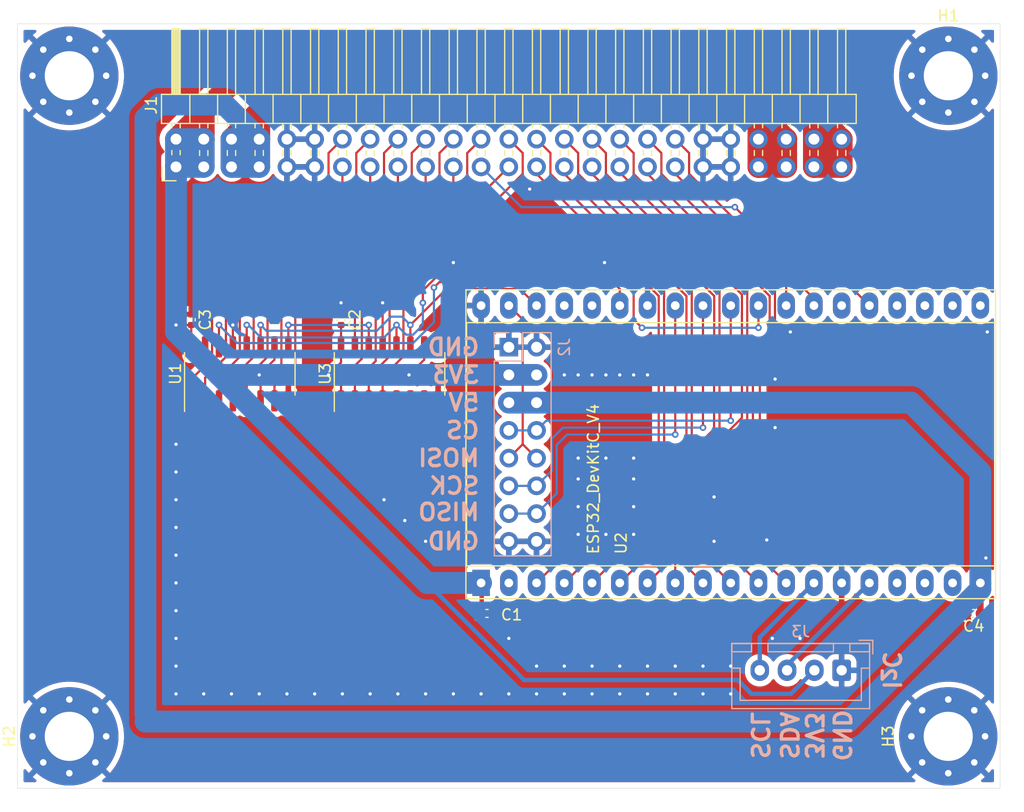
<source format=kicad_pcb>
(kicad_pcb (version 20211014) (generator pcbnew)
  (title_block (rev "1"))
  (layers (0 "F.Cu" signal "Front") (1 "In1.Cu" signal) (2 "In2.Cu" signal) (31 "B.Cu" signal "Back") (34 "B.Paste" user) (35 "F.Paste" user) (36 "B.SilkS" user "B.Silkscreen") (37 "F.SilkS" user "F.Silkscreen") (38 "B.Mask" user) (39 "F.Mask" user) (44 "Edge.Cuts" user))
  (net 0 "")
  (net 1 "+3V3")
  (net 2 "GND")
  (net 4 "OUT_{1}")
  (net 5 "OUT_{2}")
  (net 9 "SD_MISO")
  (net 10 "SD_SCK")
  (net 11 "SD_MOSI")
  (net 12 "SD_CS")
  (net 13 "+5V")
  (net 14 "I2S_BCK")
  (net 15 "I2S_WS")
  (net 16 "I2S_DATA")
  (net 17 "I2C_SCL")
  (net 18 "I2C_SDA")
  (net 19 "SPINDLE_PWM")
  (net 20 "STEPPER_X1_STEP")
  (net 21 "STEPPER_X2_DIR")
  (net 22 "STEPPER_X2_STEP")
  (net 23 "STEPPER_Y_DIR")
  (net 24 "STEPPER_Y_STEP")
  (net 25 "STEPPER_Z_DIR")
  (net 26 "STEPPER_Z_STEP")
  (net 27 "STEPPER_X1_DIR")
  (net 28 "SPINDLE_ENABLE")
  (net 29 "STEPPER_ENABLE")
  (net 30 "OUT_{0}")
  (net 31 "LIMIT_X1_POS")
  (net 32 "LIMIT_X1_NEG")
  (net 33 "LIMIT_X2_POS")
  (net 34 "LIMIT_X2_NEG")
  (net 35 "LIMIT_Y_POS")
  (net 36 "LIMIT_Y_NEG")
  (net 37 "LIMIT_Z_POS")
  (net 38 "LIMIT_Z_NEG")
  (net 39 "PROBE")
  (net 40 "IN_{0}")
  (net 41 "IN_{1}")
  (net 42 "IN_{2}")
  (net 43 "Net-(U1-Pad9)")
  (footprint "Capacitor_SMD:C_0402_1005Metric" (layer "F.Cu") (at 141.633 86.614 180)
    (fp_text reference "C4")
    (fp_text value "C")
  )
  (footprint "Connector_PinHeader_2.54mm:PinHeader_2x25_P2.54mm_Horizontal" (layer "F.Cu") (at 68.58 45.72 90)
    (fp_text reference "J1")
    (fp_text value "Conn_02x25_Odd_Even" hide)
  )
  (footprint "MountingHole:MountingHole_4.5mm_Pad_Via" (layer "F.Cu") (at 58.81 37.37 90)
    (fp_text reference "H4" hide)
    (fp_text value "MountingHole_Pad")
  )
  (footprint "MountingHole:MountingHole_4.5mm_Pad_Via" (layer "F.Cu") (at 58.81 97.87 90)
    (fp_text reference "H2")
    (fp_text value "MountingHole_Pad")
  )
  (footprint "Capacitor_SMD:C_0402_1005Metric" (layer "F.Cu") (at 83.693 59.718 90)
    (fp_text reference "C2")
    (fp_text value "C")
  )
  (footprint "Package_SO:SOIC-16_3.9x9.9mm_P1.27mm" (layer "F.Cu") (at 88.138 64.671 90)
    (fp_text reference "U3")
    (fp_text value "74AHC595")
  )
  (footprint "AZ-Delivery:ESP32_DevKitC_V4" (layer "F.Cu") (at 96.52 83.82 90)
    (fp_text reference "U2")
    (fp_text value "ESP32_DevKitC_V4")
  )
  (footprint "MountingHole:MountingHole_4.5mm_Pad_Via" (layer "F.Cu") (at 139.3 97.87 90)
    (fp_text reference "H3")
    (fp_text value "MountingHole_Pad")
  )
  (footprint "Capacitor_SMD:C_0402_1005Metric" (layer "F.Cu") (at 69.977 59.718 90)
    (fp_text reference "C3")
    (fp_text value "C")
  )
  (footprint "Package_SO:SOIC-16_3.9x9.9mm_P1.27mm" (layer "F.Cu") (at 74.422 64.671 90)
    (fp_text reference "U1")
    (fp_text value "74AHC595")
  )
  (footprint "Capacitor_SMD:C_0402_1005Metric" (layer "F.Cu") (at 97.056 86.614)
    (fp_text reference "C1")
    (fp_text value "C")
  )
  (footprint "MountingHole:MountingHole_4.5mm_Pad_Via" (layer "F.Cu") (at 139.31 37.37)
    (fp_text reference "H1")
    (fp_text value "MountingHole_Pad")
  )
  (footprint "Connector_PinSocket_2.54mm:PinSocket_2x08_P2.54mm_Vertical" (layer "B.Cu") (at 99.06 62.23 180)
    (fp_text reference "J2")
    (fp_text value "Conn_02x08_Odd_Even")
  )
  (footprint "Connector_JST:JST_XH_B4B-XH-A_1x04_P2.50mm_Vertical" (layer "B.Cu") (at 129.54 91.821 180)
    (fp_text reference "J3")
    (fp_text value "Conn_01x04")
  )
  (gr_line (start 54.06 102.62) (end 54.06 32.62) (layer "Edge.Cuts") (width 0.0381))
  (gr_line (start 54.06 32.62) (end 144.05 32.62) (layer "Edge.Cuts") (width 0.0381))
  (gr_line (start 144.05 102.62) (end 54.06 102.62) (layer "Edge.Cuts") (width 0.0381))
  (gr_line (start 144.05 32.62) (end 144.05 102.62) (layer "Edge.Cuts") (width 0.0381))
  (gr_text "GND" (at 96.52 62.23) (layer "B.SilkS") (effects (font (size 1.524 1.524) (thickness 0.3048)) (justify left mirror)))
  (gr_text "MISO" (at 96.52 77.343) (layer "B.SilkS") (effects (font (size 1.524 1.524) (thickness 0.3048)) (justify left mirror)))
  (gr_text "3V3" (at 96.52 64.77) (layer "B.SilkS") (effects (font (size 1.524 1.524) (thickness 0.3048)) (justify left mirror)))
  (gr_text "SCK" (at 96.52 74.93) (layer "B.SilkS") (effects (font (size 1.524 1.524) (thickness 0.3048)) (justify left mirror)))
  (gr_text "GND" (at 96.52 80.01) (layer "B.SilkS") (effects (font (size 1.524 1.524) (thickness 0.3048)) (justify left mirror)))
  (gr_text "SDA" (at 124.714 97.79 270) (layer "B.SilkS") (effects (font (size 1.524 1.524) (thickness 0.3048)) (justify mirror)))
  (gr_text "GND" (at 129.54 97.79 270) (layer "B.SilkS") (effects (font (size 1.524 1.524) (thickness 0.3048)) (justify mirror)))
  (gr_text "SCL" (at 122.047 97.79 270) (layer "B.SilkS") (effects (font (size 1.524 1.524) (thickness 0.3048)) (justify mirror)))
  (gr_text "I_{2}C" (at 134.112 91.821 270) (layer "B.SilkS") (effects (font (size 1.524 1.524) (thickness 0.3048)) (justify mirror)))
  (gr_text "CS" (at 96.52 69.85) (layer "B.SilkS") (effects (font (size 1.524 1.524) (thickness 0.3048)) (justify left mirror)))
  (gr_text "3V3" (at 127 97.79 270) (layer "B.SilkS") (effects (font (size 1.524 1.524) (thickness 0.3048)) (justify mirror)))
  (gr_text "5V" (at 96.52 67.31) (layer "B.SilkS") (effects (font (size 1.524 1.524) (thickness 0.3048)) (justify left mirror)))
  (gr_text "MOSI" (at 96.52 72.39) (layer "B.SilkS") (effects (font (size 1.524 1.524) (thickness 0.3048)) (justify left mirror)))
  (segment (start 127 45.72) (end 127 43.18) (width 2) (layer "F.Cu") (net 1))
  (segment (start 127 41.275) (end 127.3175 40.9575) (width 2) (layer "F.Cu") (net 1))
  (segment (start 127 45.72) (end 129.54 43.18) (width 2) (layer "F.Cu") (net 1))
  (segment (start 74.168 37.592) (end 123.952 37.592) (width 2) (layer "F.Cu") (net 1))
  (segment (start 91.313 63.373) (end 89.916 64.77) (width 0.2) (layer "F.Cu") (net 1))
  (segment (start 96.576 86.614) (end 96.576 83.876) (width 0.4) (layer "F.Cu") (net 1))
  (segment (start 96.576 83.876) (end 96.52 83.82) (width 0.4) (layer "F.Cu") (net 1))
  (segment (start 83.693 62.196) (end 83.693 63.627) (width 0.2) (layer "F.Cu") (net 1))
  (segment (start 83.693 62.196) (end 83.693 60.17) (width 0.2) (layer "F.Cu") (net 1))
  (segment (start 91.313 62.196) (end 91.313 63.373) (width 0.2) (layer "F.Cu") (net 1))
  (segment (start 69.977 62.196) (end 69.977 60.198) (width 0.2) (layer "F.Cu") (net 1))
  (segment (start 127 45.72) (end 129.54 45.72) (width 2) (layer "F.Cu") (net 1))
  (segment (start 123.952 37.592) (end 127.3175 40.9575) (width 2) (layer "F.Cu") (net 1))
  (segment (start 83.693 63.627) (end 82.55 64.77) (width 0.2) (layer "F.Cu") (net 1))
  (segment (start 127 43.18) (end 129.54 43.18) (width 2) (layer "F.Cu") (net 1))
  (segment (start 69.977 60.198) (end 68.58 60.198) (width 0.2) (layer "F.Cu") (net 1))
  (segment (start 70.993 40.767) (end 74.168 37.592) (width 2) (layer "F.Cu") (net 1))
  (segment (start 129.54 45.72) (end 129.54 43.18) (width 2) (layer "F.Cu") (net 1))
  (segment (start 127 43.18) (end 127 41.275) (width 2) (layer "F.Cu") (net 1))
  (segment (start 77.597 63.373) (end 76.2 64.77) (width 0.2) (layer "F.Cu") (net 1))
  (segment (start 68.58 43.18) (end 70.993 40.767) (width 2) (layer "F.Cu") (net 1))
  (segment (start 77.597 62.196) (end 77.597 63.373) (width 0.2) (layer "F.Cu") (net 1))
  (segment (start 71.12 43.18) (end 71.12 40.894) (width 2) (layer "F.Cu") (net 1))
  (segment (start 127.3175 40.9575) (end 129.54 43.18) (width 2) (layer "F.Cu") (net 1))
  (segment (start 71.12 40.894) (end 70.993 40.767) (width 2) (layer "F.Cu") (net 1))
  (via (at 89.916 64.77) (size 0.6) (drill 0.3) (layers "F.Cu" "B.Cu") (net 1))
  (via (at 82.55 64.77) (size 0.6) (drill 0.3) (layers "F.Cu" "B.Cu") (net 1))
  (via (at 76.2 64.77) (size 0.6) (drill 0.3) (layers "F.Cu" "B.Cu") (net 1))
  (via (at 68.58 60.198) (size 0.6) (drill 0.3) (layers "F.Cu" "B.Cu") (net 1))
  (segment (start 101.6 64.77) (end 89.916 64.77) (width 2) (layer "B.Cu") (net 1))
  (segment (start 83.693 64.77) (end 82.55 64.77) (width 2) (layer "B.Cu") (net 1))
  (segment (start 91.567 83.82) (end 96.52 83.82) (width 2) (layer "B.Cu") (net 1))
  (segment (start 68.58 60.833) (end 68.58 45.72) (width 2) (layer "B.Cu") (net 1))
  (segment (start 71.12 43.18) (end 71.12 45.72) (width 2) (layer "B.Cu") (net 1))
  (segment (start 68.58 45.72) (end 68.58 43.18) (width 2) (layer "B.Cu") (net 1))
  (segment (start 120.015 92.71) (end 121.285 93.98) (width 0.4) (layer "B.Cu") (net 1))
  (segment (start 72.517 64.77) (end 91.567 83.82) (width 2) (layer "B.Cu") (net 1))
  (segment (start 72.517 64.77) (end 68.58 60.833) (width 2) (layer "B.Cu") (net 1))
  (segment (start 100.457 92.71) (end 120.015 92.71) (width 0.4) (layer "B.Cu") (net 1))
  (segment (start 68.58 45.72) (end 71.12 43.18) (width 2) (layer "B.Cu") (net 1))
  (segment (start 89.916 64.77) (end 83.693 64.77) (width 2) (layer "B.Cu") (net 1))
  (segment (start 71.12 45.72) (end 68.58 45.72) (width 2) (layer "B.Cu") (net 1))
  (segment (start 78.105 64.77) (end 76.2 64.77) (width 2) (layer "B.Cu") (net 1))
  (segment (start 76.2 64.77) (end 72.517 64.77) (width 2) (layer "B.Cu") (net 1))
  (segment (start 91.567 83.82) (end 100.457 92.71) (width 0.4) (layer "B.Cu") (net 1))
  (segment (start 68.58 43.18) (end 71.12 43.18) (width 2) (layer "B.Cu") (net 1))
  (segment (start 124.881 93.98) (end 127.04 91.821) (width 0.4) (layer "B.Cu") (net 1))
  (segment (start 82.55 64.77) (end 78.105 64.77) (width 2) (layer "B.Cu") (net 1))
  (segment (start 121.285 93.98) (end 124.881 93.98) (width 0.4) (layer "B.Cu") (net 1))
  (segment (start 87.503 62.196) (end 87.503 58.166) (width 0.2) (layer "F.Cu") (net 2))
  (segment (start 73.787 62.196) (end 73.787 60.198) (width 0.2) (layer "F.Cu") (net 2))
  (via (at 68.58 73.66) (size 0.6) (drill 0.3) (layers "F.Cu" "B.Cu") (net 2))
  (via (at 68.58 71.12) (size 0.6) (drill 0.3) (layers "F.Cu" "B.Cu") (net 2))
  (via (at 76.2 93.98) (size 0.6) (drill 0.3) (layers "F.Cu" "B.Cu") (net 2))
  (via (at 68.58 86.36) (size 0.6) (drill 0.3) (layers "F.Cu" "B.Cu") (net 2))
  (via (at 87.503 58.166) (size 0.6) (drill 0.3) (layers "F.Cu" "B.Cu") (net 2))
  (via (at 105.41 76.835) (size 0.6) (drill 0.3) (layers "F.Cu" "B.Cu") (net 2))
  (via (at 71.12 93.98) (size 0.6) (drill 0.3) (layers "F.Cu" "B.Cu") (net 2))
  (via (at 105.41 74.295) (size 0.6) (drill 0.3) (layers "F.Cu" "B.Cu") (net 2))
  (via (at 122.682 79.883) (size 0.6) (drill 0.3) (layers "F.Cu" "B.Cu") (net 2))
  (via (at 116.84 91.44) (size 0.6) (drill 0.3) (layers "F.Cu" "B.Cu") (net 2))
  (via (at 83.693 58.166) (size 0.6) (drill 0.3) (layers "F.Cu" "B.Cu") (net 2))
  (via (at 110.49 74.295) (size 0.6) (drill 0.3) (layers "F.Cu" "B.Cu") (net 2))
  (via (at 117.856 80.01) (size 0.6) (drill 0.3) (layers "F.Cu" "B.Cu") (net 2))
  (via (at 106.68 93.98) (size 0.6) (drill 0.3) (layers "F.Cu" "B.Cu") (net 2))
  (via (at 119.38 91.44) (size 0.6) (drill 0.3) (layers "F.Cu" "B.Cu") (net 2))
  (via (at 73.787 60.198) (size 0.6) (drill 0.3) (layers "F.Cu" "B.Cu") (net 2))
  (via (at 142.748 81.534) (size 0.6) (drill 0.3) (layers "F.Cu" "B.Cu") (net 2))
  (via (at 125.73 88.9) (size 0.6) (drill 0.3) (layers "F.Cu" "B.Cu") (net 2))
  (via (at 83.82 93.98) (size 0.6) (drill 0.3) (layers "F.Cu" "B.Cu") (net 2))
  (via (at 105.41 64.77) (size 0.6) (drill 0.3) (layers "F.Cu" "B.Cu") (net 2))
  (via (at 99.06 93.98) (size 0.6) (drill 0.3) (layers "F.Cu" "B.Cu") (net 2))
  (via (at 101.6 93.98) (size 0.6) (drill 0.3) (layers "F.Cu" "B.Cu") (net 2))
  (via (at 106.68 91.44) (size 0.6) (drill 0.3) (layers "F.Cu" "B.Cu") (net 2))
  (via (at 88.9 93.98) (size 0.6) (drill 0.3) (layers "F.Cu" "B.Cu") (net 2))
  (via (at 86.36 93.98) (size 0.6) (drill 0.3) (layers "F.Cu" "B.Cu") (net 2))
  (via (at 104.14 91.44) (size 0.6) (drill 0.3) (layers "F.Cu" "B.Cu") (net 2))
  (via (at 68.58 78.74) (size 0.6) (drill 0.3) (layers "F.Cu" "B.Cu") (net 2))
  (via (at 117.856 75.946) (size 0.6) (drill 0.3) (layers "F.Cu" "B.Cu") (net 2))
  (via (at 107.95 64.77) (size 0.6) (drill 0.3) (layers "F.Cu" "B.Cu") (net 2))
  (via (at 109.22 64.77) (size 0.6) (drill 0.3) (layers "F.Cu" "B.Cu") (net 2))
  (via (at 123.444 69.596) (size 0.6) (drill 0.3) (layers "F.Cu" "B.Cu") (net 2))
  (via (at 93.98 93.98) (size 0.6) (drill 0.3) (layers "F.Cu" "B.Cu") (net 2))
  (via (at 116.84 93.98) (size 0.6) (drill 0.3) (layers "F.Cu" "B.Cu") (net 2))
  (via (at 105.41 79.375) (size 0.6) (drill 0.3) (layers "F.Cu" "B.Cu") (net 2))
  (via (at 109.22 93.98) (size 0.6) (drill 0.3) (layers "F.Cu" "B.Cu") (net 2))
  (via (at 124.841 60.833) (size 0.6) (drill 0.3) (layers "F.Cu" "B.Cu") (net 2))
  (via (at 91.44 80.01) (size 0.6) (drill 0.3) (layers "F.Cu" "B.Cu") (net 2))
  (via (at 142.875 60.833) (size 0.6) (drill 0.3) (layers "F.Cu" "B.Cu") (net 2))
  (via (at 111.76 64.77) (size 0.6) (drill 0.3) (layers "F.Cu" "B.Cu") (net 2))
  (via (at 91.44 93.98) (size 0.6) (drill 0.3) (layers "F.Cu" "B.Cu") (net 2))
  (via (at 114.3 91.44) (size 0.6) (drill 0.3) (layers "F.Cu" "B.Cu") (net 2))
  (via (at 87.63 76.2) (size 0.6) (drill 0.3) (layers "F.Cu" "B.Cu") (net 2))
  (via (at 99.06 88.9) (size 0.6) (drill 0.3) (layers "F.Cu" "B.Cu") (net 2))
  (via (at 89.535 78.105) (size 0.6) (drill 0.3) (layers "F.Cu" "B.Cu") (net 2))
  (via (at 104.14 93.98) (size 0.6) (drill 0.3) (layers "F.Cu" "B.Cu") (net 2))
  (via (at 68.58 76.2) (size 0.6) (drill 0.3) (layers "F.Cu" "B.Cu") (net 2))
  (via (at 68.58 93.98) (size 0.6) (drill 0.3) (layers "F.Cu" "B.Cu") (net 2))
  (via (at 73.66 93.98) (size 0.6) (drill 0.3) (layers "F.Cu" "B.Cu") (net 2))
  (via (at 105.41 72.39) (size 0.6) (drill 0.3) (layers "F.Cu" "B.Cu") (net 2))
  (via (at 123.444 65.151) (size 0.6) (drill 0.3) (layers "F.Cu" "B.Cu") (net 2))
  (via (at 107.95 79.375) (size 0.6) (drill 0.3) (layers "F.Cu" "B.Cu") (net 2))
  (via (at 78.74 93.98) (size 0.6) (drill 0.3) (layers "F.Cu" "B.Cu") (net 2))
  (via (at 68.58 83.82) (size 0.6) (drill 0.3) (layers "F.Cu" "B.Cu") (net 2))
  (via (at 109.22 91.44) (size 0.6) (drill 0.3) (layers "F.Cu" "B.Cu") (net 2))
  (via (at 114.3 93.98) (size 0.6) (drill 0.3) (layers "F.Cu" "B.Cu") (net 2))
  (via (at 110.49 64.77) (size 0.6) (drill 0.3) (layers "F.Cu" "B.Cu") (net 2))
  (via (at 123.19 88.9) (size 0.6) (drill 0.3) (layers "F.Cu" "B.Cu") (net 2))
  (via (at 119.38 93.98) (size 0.6) (drill 0.3) (layers "F.Cu" "B.Cu") (net 2))
  (via (at 111.76 93.98) (size 0.6) (drill 0.3) (layers "F.Cu" "B.Cu") (net 2))
  (via (at 68.58 81.28) (size 0.6) (drill 0.3) (layers "F.Cu" "B.Cu") (net 2))
  (via (at 81.28 93.98) (size 0.6) (drill 0.3) (layers "F.Cu" "B.Cu") (net 2))
  (via (at 68.58 88.9) (size 0.6) (drill 0.3) (layers "F.Cu" "B.Cu") (net 2))
  (via (at 110.49 79.375) (size 0.6) (drill 0.3) (layers "F.Cu" "B.Cu") (net 2))
  (via (at 93.98 54.483) (size 0.6) (drill 0.3) (layers "F.Cu" "B.Cu") (net 2))
  (via (at 107.823 54.483) (size 0.6) (drill 0.3) (layers "F.Cu" "B.Cu") (net 2))
  (via (at 110.49 76.835) (size 0.6) (drill 0.3) (layers "F.Cu" "B.Cu") (net 2))
  (via (at 96.52 93.98) (size 0.6) (drill 0.3) (layers "F.Cu" "B.Cu") (net 2))
  (via (at 100.965 47.752) (size 0.6) (drill 0.3) (layers "F.Cu" "B.Cu") (net 2))
  (via (at 107.95 72.39) (size 0.6) (drill 0.3) (layers "F.Cu" "B.Cu") (net 2))
  (via (at 110.49 72.39) (size 0.6) (drill 0.3) (layers "F.Cu" "B.Cu") (net 2))
  (via (at 104.14 64.77) (size 0.6) (drill 0.3) (layers "F.Cu" "B.Cu") (net 2))
  (via (at 106.68 64.77) (size 0.6) (drill 0.3) (layers "F.Cu" "B.Cu") (net 2))
  (via (at 111.76 91.44) (size 0.6) (drill 0.3) (layers "F.Cu" "B.Cu") (net 2))
  (via (at 68.58 91.44) (size 0.6) (drill 0.3) (layers "F.Cu" "B.Cu") (net 2))
  (via (at 101.6 91.44) (size 0.6) (drill 0.3) (layers "F.Cu" "B.Cu") (net 2))
  (segment (start 86.233 64.973479) (end 88.138 63.068479) (width 0.2) (layer "F.Cu") (net 4))
  (segment (start 86.233 67.146) (end 86.233 64.973479) (width 0.2) (layer "F.Cu") (net 4))
  (segment (start 88.138 56.642) (end 99.06 45.72) (width 0.2) (layer "F.Cu") (net 4))
  (segment (start 88.138 63.068479) (end 88.138 56.642) (width 0.2) (layer "F.Cu") (net 4))
  (segment (start 100.33 46.355) (end 100.33 44.45) (width 0.2) (layer "F.Cu") (net 5))
  (segment (start 87.503 64.973479) (end 89.408 63.068479) (width 0.2) (layer "F.Cu") (net 5))
  (segment (start 89.408 63.068479) (end 89.408 57.277) (width 0.2) (layer "F.Cu") (net 5))
  (segment (start 100.33 44.45) (end 99.06 43.18) (width 0.2) (layer "F.Cu") (net 5))
  (segment (start 89.408 57.277) (end 100.33 46.355) (width 0.2) (layer "F.Cu") (net 5))
  (segment (start 87.503 67.146) (end 87.503 64.973479) (width 0.2) (layer "F.Cu") (net 5))
  (segment (start 114.3 58.42) (end 114.3 70.231) (width 0.2) (layer "F.Cu") (net 9))
  (via (at 114.3 70.231) (size 0.6) (drill 0.3) (layers "F.Cu" "B.Cu") (net 9))
  (segment (start 103.4415 75.6285) (end 103.4415 71.1835) (width 0.2) (layer "B.Cu") (net 9))
  (segment (start 104.394 70.231) (end 114.3 70.231) (width 0.2) (layer "B.Cu") (net 9))
  (segment (start 101.6 77.47) (end 103.4415 75.6285) (width 0.2) (layer "B.Cu") (net 9))
  (segment (start 99.06 77.47) (end 101.6 77.47) (width 0.2) (layer "B.Cu") (net 9))
  (segment (start 103.4415 71.1835) (end 104.394 70.231) (width 0.2) (layer "B.Cu") (net 9))
  (segment (start 116.84 58.42) (end 116.84 69.596) (width 0.2) (layer "F.Cu") (net 10))
  (via (at 116.84 69.596) (size 0.6) (drill 0.3) (layers "F.Cu" "B.Cu") (net 10))
  (segment (start 101.6 74.93) (end 102.997 73.533) (width 0.2) (layer "B.Cu") (net 10))
  (segment (start 101.6 74.93) (end 99.06 74.93) (width 0.2) (layer "B.Cu") (net 10))
  (segment (start 104.013 69.596) (end 116.84 69.596) (width 0.2) (layer "B.Cu") (net 10))
  (segment (start 102.997 73.533) (end 102.997 70.612) (width 0.2) (layer "B.Cu") (net 10))
  (segment (start 102.997 70.612) (end 104.013 69.596) (width 0.2) (layer "B.Cu") (net 10))
  (segment (start 100.33 59.69) (end 100.33 71.12) (width 0.2) (layer "F.Cu") (net 11))
  (segment (start 100.33 71.12) (end 99.06 72.39) (width 0.2) (layer "F.Cu") (net 11))
  (segment (start 99.06 58.42) (end 100.33 59.69) (width 0.2) (layer "F.Cu") (net 11))
  (segment (start 100.33 71.12) (end 101.6 72.39) (width 0.2) (layer "F.Cu") (net 11))
  (segment (start 119.38 58.42) (end 119.38 68.961) (width 0.2) (layer "F.Cu") (net 12))
  (via (at 119.38 68.961) (size 0.6) (drill 0.3) (layers "F.Cu" "B.Cu") (net 12))
  (segment (start 101.6 69.85) (end 99.06 69.85) (width 0.2) (layer "B.Cu") (net 12))
  (segment (start 119.38 68.961) (end 102.489 68.961) (width 0.2) (layer "B.Cu") (net 12))
  (segment (start 102.489 68.961) (end 101.6 69.85) (width 0.2) (layer "B.Cu") (net 12))
  (segment (start 124.46 43.18) (end 121.666 40.386) (width 2) (layer "F.Cu") (net 13))
  (segment (start 76.2 43.18) (end 76.2 40.64) (width 2) (layer "F.Cu") (net 13))
  (segment (start 121.92 43.18) (end 121.92 40.64) (width 2) (layer "F.Cu") (net 13))
  (segment (start 121.92 40.64) (end 121.666 40.386) (width 2) (layer "F.Cu") (net 13))
  (segment (start 121.92 43.18) (end 124.46 43.18) (width 2) (layer "F.Cu") (net 13))
  (segment (start 124.46 45.72) (end 124.46 43.18) (width 2) (layer "F.Cu") (net 13))
  (segment (start 121.666 40.386) (end 76.454 40.386) (width 2) (layer "F.Cu") (net 13))
  (segment (start 121.92 45.72) (end 124.46 45.72) (width 2) (layer "F.Cu") (net 13))
  (segment (start 142.113 86.614) (end 142.24 86.487) (width 0.6) (layer "F.Cu") (net 13))
  (segment (start 142.24 86.487) (end 142.24 83.82) (width 0.6) (layer "F.Cu") (net 13))
  (segment (start 76.2 40.64) (end 76.454 40.386) (width 2) (layer "F.Cu") (net 13))
  (segment (start 76.454 40.386) (end 73.66 43.18) (width 2) (layer "F.Cu") (net 13))
  (segment (start 121.92 45.72) (end 121.92 43.18) (width 2) (layer "F.Cu") (net 13))
  (segment (start 124.46 43.18) (end 121.92 45.72) (width 2) (layer "F.Cu") (net 13))
  (segment (start 99.06 67.31) (end 101.6 67.31) (width 2) (layer "B.Cu") (net 13))
  (segment (start 135.89 67.31) (end 142.24 73.66) (width 2) (layer "B.Cu") (net 13))
  (segment (start 76.2 43.18) (end 76.2 45.72) (width 2) (layer "B.Cu") (net 13))
  (segment (start 73.025 40.005) (end 67.056 40.005) (width 2) (layer "B.Cu") (net 13))
  (segment (start 130.12451 96.52) (end 142.24 84.40451) (width 2) (layer "B.Cu") (net 13))
  (segment (start 76.2 43.18) (end 73.025 40.005) (width 2) (layer "B.Cu") (net 13))
  (segment (start 65.786 96.52) (end 130.12451 96.52) (width 2) (layer "B.Cu") (net 13))
  (segment (start 142.24 73.66) (end 142.24 83.82) (width 2) (layer "B.Cu") (net 13))
  (segment (start 76.2 45.72) (end 74.93 45.72) (width 2) (layer "B.Cu") (net 13))
  (segment (start 101.6 67.31) (end 135.89 67.31) (width 2) (layer "B.Cu") (net 13))
  (segment (start 74.93 45.72) (end 73.66 45.72) (width 2) (layer "B.Cu") (net 13))
  (segment (start 65.786 41.275) (end 65.786 95.885) (width 2) (layer "B.Cu") (net 13))
  (segment (start 73.66 43.18) (end 76.2 43.18) (width 2) (layer "B.Cu") (net 13))
  (segment (start 73.66 45.72) (end 73.66 43.18) (width 2) (layer "B.Cu") (net 13))
  (segment (start 67.056 40.005) (end 65.786 41.275) (width 2) (layer "B.Cu") (net 13))
  (segment (start 142.24 84.40451) (end 142.24 83.82) (width 2) (layer "B.Cu") (net 13))
  (segment (start 73.66 43.18) (end 76.2 45.72) (width 2) (layer "B.Cu") (net 13))
  (segment (start 93.345 56.896) (end 100.076 56.896) (width 0.2) (layer "F.Cu") (net 14))
  (segment (start 90.043 60.198) (end 93.345 56.896) (width 0.2) (layer "F.Cu") (net 14))
  (segment (start 100.076 56.896) (end 101.6 58.42) (width 0.2) (layer "F.Cu") (net 14))
  (segment (start 76.327 60.198) (end 76.327 62.196) (width 0.2) (layer "F.Cu") (net 14))
  (segment (start 90.043 62.196) (end 90.043 60.198) (width 0.2) (layer "F.Cu") (net 14))
  (via (at 76.327 60.198) (size 0.6) (drill 0.3) (layers "F.Cu" "B.Cu") (net 14))
  (via (at 90.043 60.198) (size 0.6) (drill 0.3) (layers "F.Cu" "B.Cu") (net 14))
  (segment (start 88.265 59.436) (end 86.976489 60.724511) (width 0.2) (layer "B.Cu") (net 14))
  (segment (start 76.853511 60.724511) (end 76.327 60.198) (width 0.2) (layer "B.Cu") (net 14))
  (segment (start 86.976489 60.724511) (end 76.853511 60.724511) (width 0.2) (layer "B.Cu") (net 14))
  (segment (start 89.281 59.436) (end 88.265 59.436) (width 0.2) (layer "B.Cu") (net 14))
  (segment (start 90.043 60.198) (end 89.281 59.436) (width 0.2) (layer "B.Cu") (net 14))
  (segment (start 110.49 59.69) (end 110.49 56.515) (width 0.2) (layer "F.Cu") (net 15))
  (segment (start 75.057 62.196) (end 75.057 60.198) (width 0.2) (layer "F.Cu") (net 15))
  (segment (start 110.49 56.515) (end 109.601 55.626) (width 0.2) (layer "F.Cu") (net 15))
  (segment (start 109.601 55.626) (end 92.6004 55.626) (width 0.2) (layer "F.Cu") (net 15))
  (segment (start 92.6004 55.626) (end 91.186 57.0404) (width 0.2) (layer "F.Cu") (net 15))
  (segment (start 91.186 57.0404) (end 91.186 58.166) (width 0.2) (layer "F.Cu") (net 15))
  (segment (start 111.252 60.452) (end 110.49 59.69) (width 0.2) (layer "F.Cu") (net 15))
  (segment (start 88.773 60.198) (end 88.773 62.196) (width 0.2) (layer "F.Cu") (net 15))
  (segment (start 121.92 58.42) (end 121.92 60.452) (width 0.2) (layer "F.Cu") (net 15))
  (via (at 88.773 60.198) (size 0.6) (drill 0.3) (layers "F.Cu" "B.Cu") (net 15))
  (via (at 91.186 58.166) (size 0.6) (drill 0.3) (layers "F.Cu" "B.Cu") (net 15))
  (via (at 111.252 60.452) (size 0.6) (drill 0.3) (layers "F.Cu" "B.Cu") (net 15))
  (via (at 75.057 60.198) (size 0.6) (drill 0.3) (layers "F.Cu" "B.Cu") (net 15))
  (via (at 121.92 60.452) (size 0.6) (drill 0.3) (layers "F.Cu" "B.Cu") (net 15))
  (segment (start 111.252 60.452) (end 121.92 60.452) (width 0.2) (layer "B.Cu") (net 15))
  (segment (start 91.186 60.198) (end 90.297 61.087) (width 0.2) (layer "B.Cu") (net 15))
  (segment (start 90.297 61.087) (end 89.662 61.087) (width 0.2) (layer "B.Cu") (net 15))
  (segment (start 89.662 61.087) (end 88.773 60.198) (width 0.2) (layer "B.Cu") (net 15))
  (segment (start 91.186 58.166) (end 91.186 60.198) (width 0.2) (layer "B.Cu") (net 15))
  (segment (start 87.63 61.341) (end 76.3455 61.341) (width 0.2) (layer "B.Cu") (net 15))
  (segment (start 88.773 60.198) (end 87.63 61.341) (width 0.2) (layer "B.Cu") (net 15))
  (segment (start 76.3455 61.341) (end 75.057 60.0525) (width 0.2) (layer "B.Cu") (net 15))
  (segment (start 92.202 56.769) (end 92.71 56.261) (width 0.2) (layer "F.Cu") (net 16))
  (segment (start 92.71 56.261) (end 108.585 56.261) (width 0.2) (layer "F.Cu") (net 16))
  (segment (start 109.22 56.896) (end 109.22 58.42) (width 0.2) (layer "F.Cu") (net 16))
  (segment (start 108.585 56.261) (end 109.22 56.896) (width 0.2) (layer "F.Cu") (net 16))
  (segment (start 72.517 60.198) (end 72.517 62.196) (width 0.2) (layer "F.Cu") (net 16))
  (via (at 72.517 60.198) (size 0.6) (drill 0.3) (layers "F.Cu" "B.Cu") (net 16))
  (via (at 92.202 56.769) (size 0.6) (drill 0.3) (layers "F.Cu" "B.Cu") (net 16))
  (segment (start 74.168 61.849) (end 72.517 60.198) (width 0.2) (layer "B.Cu") (net 16))
  (segment (start 92.202 56.769) (end 92.202 59.944) (width 0.2) (layer "B.Cu") (net 16))
  (segment (start 90.297 61.849) (end 74.168 61.849) (width 0.2) (layer "B.Cu") (net 16))
  (segment (start 92.202 59.944) (end 90.297 61.849) (width 0.2) (layer "B.Cu") (net 16))
  (segment (start 122.04 88.78) (end 127 83.82) (width 0.4) (layer "B.Cu") (net 17))
  (segment (start 122.04 91.821) (end 122.04 88.78) (width 0.4) (layer "B.Cu") (net 17))
  (segment (start 124.54 91.821) (end 124.54 91.36) (width 0.4) (layer "B.Cu") (net 18))
  (segment (start 124.54 91.36) (end 132.08 83.82) (width 0.4) (layer "B.Cu") (net 18))
  (segment (start 119.761 49.403) (end 127 56.642) (width 0.2) (layer "F.Cu") (net 19))
  (segment (start 130.302 56.642) (end 132.08 58.42) (width 0.2) (layer "F.Cu") (net 19))
  (segment (start 127 56.642) (end 130.302 56.642) (width 0.2) (layer "F.Cu") (net 19))
  (via (at 119.761 49.403) (size 0.6) (drill 0.3) (layers "F.Cu" "B.Cu") (net 19))
  (segment (start 100.203 49.403) (end 96.52 45.72) (width 0.2) (layer "B.Cu") (net 19))
  (segment (start 119.761 49.403) (end 100.203 49.403) (width 0.2) (layer "B.Cu") (net 19))
  (segment (start 71.882 59.436) (end 83.82 47.498) (width 0.2) (layer "F.Cu") (net 20))
  (segment (start 69.977 67.146) (end 69.977 65.1684) (width 0.2) (layer "F.Cu") (net 20))
  (segment (start 69.977 65.1684) (end 71.882 63.2634) (width 0.2) (layer "F.Cu") (net 20))
  (segment (start 71.882 63.2634) (end 71.882 59.436) (width 0.2) (layer "F.Cu") (net 20))
  (segment (start 83.82 47.498) (end 83.82 45.72) (width 0.2) (layer "F.Cu") (net 20))
  (segment (start 85.09 47.371) (end 85.09 44.45) (width 0.2) (layer "F.Cu") (net 21))
  (segment (start 73.152 59.436) (end 85.09 47.498) (width 0.2) (layer "F.Cu") (net 21))
  (segment (start 85.09 44.45) (end 86.36 43.18) (width 0.2) (layer "F.Cu") (net 21))
  (segment (start 71.247 65.024) (end 73.152 63.119) (width 0.2) (layer "F.Cu") (net 21))
  (segment (start 73.152 63.119) (end 73.152 59.436) (width 0.2) (layer "F.Cu") (net 21))
  (segment (start 71.247 67.146) (end 71.247 65.024) (width 0.2) (layer "F.Cu") (net 21))
  (segment (start 85.09 47.498) (end 85.09 47.371) (width 0.2) (layer "F.Cu") (net 21))
  (segment (start 86.36 47.498) (end 86.36 45.72) (width 0.2) (layer "F.Cu") (net 22))
  (segment (start 72.517 67.146) (end 72.517 65.024) (width 0.2) (layer "F.Cu") (net 22))
  (segment (start 74.422 59.436) (end 86.36 47.498) (width 0.2) (layer "F.Cu") (net 22))
  (segment (start 72.517 65.024) (end 74.422 63.119) (width 0.2) (layer "F.Cu") (net 22))
  (segment (start 74.422 63.119) (end 74.422 59.436) (width 0.2) (layer "F.Cu") (net 22))
  (segment (start 87.63 47.244) (end 87.63 44.45) (width 0.2) (layer "F.Cu") (net 23))
  (segment (start 75.692 63.119) (end 75.692 59.309) (width 0.2) (layer "F.Cu") (net 23))
  (segment (start 73.787 65.024) (end 75.692 63.119) (width 0.2) (layer "F.Cu") (net 23))
  (segment (start 87.63 44.45) (end 88.9 43.18) (width 0.2) (layer "F.Cu") (net 23))
  (segment (start 73.787 67.146) (end 73.787 65.024) (width 0.2) (layer "F.Cu") (net 23))
  (segment (start 87.63 47.371) (end 87.63 47.244) (width 0.2) (layer "F.Cu") (net 23))
  (segment (start 75.692 59.309) (end 87.63 47.371) (width 0.2) (layer "F.Cu") (net 23))
  (segment (start 75.057 67.146) (end 75.057 65.024) (width 0.2) (layer "F.Cu") (net 24))
  (segment (start 88.9 47.498) (end 88.9 47.244) (width 0.2) (layer "F.Cu") (net 24))
  (segment (start 76.962 63.119) (end 76.962 59.436) (width 0.2) (layer "F.Cu") (net 24))
  (segment (start 75.057 65.024) (end 76.962 63.119) (width 0.2) (layer "F.Cu") (net 24))
  (segment (start 88.9 47.244) (end 88.9 45.72) (width 0.2) (layer "F.Cu") (net 24))
  (segment (start 76.962 59.436) (end 88.9 47.498) (width 0.2) (layer "F.Cu") (net 24))
  (segment (start 78.232 59.436) (end 90.17 47.498) (width 0.2) (layer "F.Cu") (net 25))
  (segment (start 76.327 65.659) (end 78.232 63.754) (width 0.2) (layer "F.Cu") (net 25))
  (segment (start 78.232 63.754) (end 78.232 59.436) (width 0.2) (layer "F.Cu") (net 25))
  (segment (start 90.17 44.45) (end 91.44 43.18) (width 0.2) (layer "F.Cu") (net 25))
  (segment (start 90.17 47.498) (end 90.17 44.45) (width 0.2) (layer "F.Cu") (net 25))
  (segment (start 76.327 67.146) (end 76.327 65.659) (width 0.2) (layer "F.Cu") (net 25))
  (segment (start 77.597 67.146) (end 77.597 65.786) (width 0.2) (layer "F.Cu") (net 26))
  (segment (start 79.502 59.309) (end 91.44 47.371) (width 0.2) (layer "F.Cu") (net 26))
  (segment (start 79.502 63.881) (end 79.502 59.309) (width 0.2) (layer "F.Cu") (net 26))
  (segment (start 77.597 65.786) (end 79.502 63.881) (width 0.2) (layer "F.Cu") (net 26))
  (segment (start 91.44 47.371) (end 91.44 45.72) (width 0.2) (layer "F.Cu") (net 26))
  (segment (start 82.55 47.498) (end 82.55 44.45) (width 0.2) (layer "F.Cu") (net 27))
  (segment (start 71.247 62.196) (end 71.247 58.801) (width 0.2) (layer "F.Cu") (net 27))
  (segment (start 71.247 58.801) (end 82.55 47.498) (width 0.2) (layer "F.Cu") (net 27))
  (segment (start 82.55 44.45) (end 83.82 43.18) (width 0.2) (layer "F.Cu") (net 27))
  (segment (start 85.598 55.88) (end 93.98 47.498) (width 0.2) (layer "F.Cu") (net 28))
  (segment (start 83.693 65.190439) (end 85.598 63.285439) (width 0.2) (layer "F.Cu") (net 28))
  (segment (start 93.98 45.72) (end 93.98 47.498) (width 0.2) (layer "F.Cu") (net 28))
  (segment (start 83.693 67.146) (end 83.693 65.190439) (width 0.2) (layer "F.Cu") (net 28))
  (segment (start 85.598 63.285439) (end 85.598 55.88) (width 0.2) (layer "F.Cu") (net 28))
  (segment (start 84.963 62.196) (end 84.963 55.245) (width 0.2) (layer "F.Cu") (net 29))
  (segment (start 84.963 55.245) (end 92.71 47.498) (width 0.2) (layer "F.Cu") (net 29))
  (segment (start 92.71 47.498) (end 92.71 44.45) (width 0.2) (layer "F.Cu") (net 29))
  (segment (start 92.71 44.45) (end 93.98 43.18) (width 0.2) (layer "F.Cu") (net 29))
  (segment (start 95.25 44.45) (end 95.25 47.371) (width 0.2) (layer "F.Cu") (net 30))
  (segment (start 95.25 47.498) (end 95.25 47.371) (width 0.2) (layer "F.Cu") (net 30))
  (segment (start 84.963 67.146) (end 84.963 65.405) (width 0.2) (layer "F.Cu") (net 30))
  (segment (start 86.868 63.5) (end 86.868 55.88) (width 0.2) (layer "F.Cu") (net 30))
  (segment (start 96.52 43.18) (end 95.25 44.45) (width 0.2) (layer "F.Cu") (net 30))
  (segment (start 84.963 65.405) (end 86.868 63.5) (width 0.2) (layer "F.Cu") (net 30))
  (segment (start 86.868 55.88) (end 95.25 47.498) (width 0.2) (layer "F.Cu") (net 30))
  (segment (start 111.379 80.772) (end 104.648 80.772) (width 0.2) (layer "F.Cu") (net 31))
  (segment (start 104.648 80.772) (end 101.6 83.82) (width 0.2) (layer "F.Cu") (net 31))
  (segment (start 111.76 72.771) (end 111.76 80.391) (width 0.2) (layer "F.Cu") (net 31))
  (segment (start 101.6 45.72) (end 101.6 46.355) (width 0.2) (layer "F.Cu") (net 31))
  (segment (start 111.76 80.391) (end 111.379 80.772) (width 0.2) (layer "F.Cu") (net 31))
  (segment (start 112.78652 57.54152) (end 112.78652 71.74448) (width 0.2) (layer "F.Cu") (net 31))
  (segment (start 112.78652 71.74448) (end 111.76 72.771) (width 0.2) (layer "F.Cu") (net 31))
  (segment (start 101.6 46.355) (end 112.78652 57.54152) (width 0.2) (layer "F.Cu") (net 31))
  (segment (start 113.27348 57.594802) (end 113.27348 59.245198) (width 0.2) (layer "F.Cu") (net 32))
  (segment (start 113.284 56.769) (end 113.284 57.584282) (width 0.2) (layer "F.Cu") (net 32))
  (segment (start 113.284 59.255718) (end 113.284 72.009) (width 0.2) (layer "F.Cu") (net 32))
  (segment (start 113.27348 59.245198) (end 113.284 59.255718) (width 0.2) (layer "F.Cu") (net 32))
  (segment (start 113.284 72.009) (end 112.268 73.025) (width 0.2) (layer "F.Cu") (net 32))
  (segment (start 101.6 43.18) (end 102.87 44.45) (width 0.2) (layer "F.Cu") (net 32))
  (segment (start 111.76 81.28) (end 106.68 81.28) (width 0.2) (layer "F.Cu") (net 32))
  (segment (start 112.268 80.772) (end 111.76 81.28) (width 0.2) (layer "F.Cu") (net 32))
  (segment (start 102.87 44.45) (end 102.87 46.355) (width 0.2) (layer "F.Cu") (net 32))
  (segment (start 113.284 57.584282) (end 113.27348 57.594802) (width 0.2) (layer "F.Cu") (net 32))
  (segment (start 112.268 73.025) (end 112.268 80.772) (width 0.2) (layer "F.Cu") (net 32))
  (segment (start 102.87 46.355) (end 113.284 56.769) (width 0.2) (layer "F.Cu") (net 32))
  (segment (start 106.68 81.28) (end 104.14 83.82) (width 0.2) (layer "F.Cu") (net 32))
  (segment (start 115.32652 57.54152) (end 115.32652 70.72848) (width 0.2) (layer "F.Cu") (net 33))
  (segment (start 104.14 46.355) (end 115.32652 57.54152) (width 0.2) (layer "F.Cu") (net 33))
  (segment (start 112.776 73.279) (end 112.776 81.153) (width 0.2) (layer "F.Cu") (net 33))
  (segment (start 112.141 81.788) (end 108.712 81.788) (width 0.2) (layer "F.Cu") (net 33))
  (segment (start 108.712 81.788) (end 106.68 83.82) (width 0.2) (layer "F.Cu") (net 33))
  (segment (start 115.32652 70.72848) (end 112.776 73.279) (width 0.2) (layer "F.Cu") (net 33))
  (segment (start 104.14 45.72) (end 104.14 46.355) (width 0.2) (layer "F.Cu") (net 33))
  (segment (start 112.776 81.153) (end 112.141 81.788) (width 0.2) (layer "F.Cu") (net 33))
  (segment (start 104.14 43.18) (end 105.41 44.45) (width 0.2) (layer "F.Cu") (net 34))
  (segment (start 105.41 46.355) (end 115.81348 56.75848) (width 0.2) (layer "F.Cu") (net 34))
  (segment (start 110.744 82.296) (end 109.22 83.82) (width 0.2) (layer "F.Cu") (net 34))
  (segment (start 113.284 81.534) (end 112.522 82.296) (width 0.2) (layer "F.Cu") (net 34))
  (segment (start 112.522 82.296) (end 110.744 82.296) (width 0.2) (layer "F.Cu") (net 34))
  (segment (start 115.81348 71.00352) (end 113.284 73.533) (width 0.2) (layer "F.Cu") (net 34))
  (segment (start 113.284 73.533) (end 113.284 81.534) (width 0.2) (layer "F.Cu") (net 34))
  (segment (start 115.81348 56.75848) (end 115.81348 71.00352) (width 0.2) (layer "F.Cu") (net 34))
  (segment (start 105.41 44.45) (end 105.41 46.355) (width 0.2) (layer "F.Cu") (net 34))
  (segment (start 113.792 73.787) (end 117.856 69.723) (width 0.2) (layer "F.Cu") (net 35))
  (segment (start 117.856 61.468) (end 117.86652 61.45748) (width 0.2) (layer "F.Cu") (net 35))
  (segment (start 117.856 69.723) (end 117.856 61.468) (width 0.2) (layer "F.Cu") (net 35))
  (segment (start 117.86652 57.54152) (end 106.68 46.355) (width 0.2) (layer "F.Cu") (net 35))
  (segment (start 113.792 81.788) (end 113.792 73.787) (width 0.2) (layer "F.Cu") (net 35))
  (segment (start 106.68 46.355) (end 106.68 45.72) (width 0.2) (layer "F.Cu") (net 35))
  (segment (start 111.76 83.82) (end 113.792 81.788) (width 0.2) (layer "F.Cu") (net 35))
  (segment (start 117.86652 61.45748) (end 117.86652 57.54152) (width 0.2) (layer "F.Cu") (net 35))
  (segment (start 114.3 74.041) (end 114.3 83.82) (width 0.2) (layer "F.Cu") (net 36))
  (segment (start 107.95 46.355) (end 118.35348 56.75848) (width 0.2) (layer "F.Cu") (net 36))
  (segment (start 118.35348 56.75848) (end 118.35348 69.98752) (width 0.2) (layer "F.Cu") (net 36))
  (segment (start 107.95 44.45) (end 107.95 46.355) (width 0.2) (layer "F.Cu") (net 36))
  (segment (start 106.68 43.18) (end 107.95 44.45) (width 0.2) (layer "F.Cu") (net 36))
  (segment (start 118.35348 69.98752) (end 114.3 74.041) (width 0.2) (layer "F.Cu") (net 36))
  (segment (start 109.22 46.228) (end 120.40652 57.41452) (width 0.2) (layer "F.Cu") (net 37))
  (segment (start 120.40652 57.41452) (end 120.40652 68.69648) (width 0.2) (layer "F.Cu") (net 37))
  (segment (start 120.40652 68.69648) (end 114.808 74.295) (width 0.2) (layer "F.Cu") (net 37))
  (segment (start 109.22 45.72) (end 109.22 46.228) (width 0.2) (layer "F.Cu") (net 37))
  (segment (start 114.808 74.295) (end 114.808 81.788) (width 0.2) (layer "F.Cu") (net 37))
  (segment (start 114.808 81.788) (end 116.84 83.82) (width 0.2) (layer "F.Cu") (net 37))
  (segment (start 110.49 44.45) (end 109.22 43.18) (width 0.2) (layer "F.Cu") (net 38))
  (segment (start 117.856 82.296) (end 116.078 82.296) (width 0.2) (layer "F.Cu") (net 38))
  (segment (start 115.316 81.534) (end 115.316 74.549) (width 0.2) (layer "F.Cu") (net 38))
  (segment (start 116.078 82.296) (end 115.316 81.534) (width 0.2) (layer "F.Cu") (net 38))
  (segment (start 119.38 83.82) (end 117.856 82.296) (width 0.2) (layer "F.Cu") (net 38))
  (segment (start 115.316 74.549) (end 120.89348 68.97152) (width 0.2) (layer "F.Cu") (net 38))
  (segment (start 120.89348 56.75848) (end 110.49 46.355) (width 0.2) (layer "F.Cu") (net 38))
  (segment (start 110.49 46.355) (end 110.49 44.45) (width 0.2) (layer "F.Cu") (net 38))
  (segment (start 120.89348 68.97152) (end 120.89348 56.75848) (width 0.2) (layer "F.Cu") (net 38))
  (segment (start 111.76 46.355) (end 122.94652 57.54152) (width 0.2) (layer "F.Cu") (net 39))
  (segment (start 122.94652 57.54152) (end 122.94652 60.82248) (width 0.2) (layer "F.Cu") (net 39))
  (segment (start 121.412 62.357) (end 121.412 69.215) (width 0.2) (layer "F.Cu") (net 39))
  (segment (start 111.76 45.72) (end 111.76 46.355) (width 0.2) (layer "F.Cu") (net 39))
  (segment (start 116.459 81.788) (end 119.888 81.788) (width 0.2) (layer "F.Cu") (net 39))
  (segment (start 115.824 74.803) (end 115.824 81.153) (width 0.2) (layer "F.Cu") (net 39))
  (segment (start 119.888 81.788) (end 121.92 83.82) (width 0.2) (layer "F.Cu") (net 39))
  (segment (start 122.94652 60.82248) (end 121.412 62.357) (width 0.2) (layer "F.Cu") (net 39))
  (segment (start 115.824 81.153) (end 116.459 81.788) (width 0.2) (layer "F.Cu") (net 39))
  (segment (start 121.412 69.215) (end 115.824 74.803) (width 0.2) (layer "F.Cu") (net 39))
  (segment (start 123.43348 61.35152) (end 123.43348 56.75848) (width 0.2) (layer "F.Cu") (net 40))
  (segment (start 116.332 75.057) (end 122.047 69.342) (width 0.2) (layer "F.Cu") (net 40))
  (segment (start 124.46 83.82) (end 121.92 81.28) (width 0.2) (layer "F.Cu") (net 40))
  (segment (start 122.047 62.738) (end 123.43348 61.35152) (width 0.2) (layer "F.Cu") (net 40))
  (segment (start 123.43348 56.75848) (end 113.03 46.355) (width 0.2) (layer "F.Cu") (net 40))
  (segment (start 121.92 81.28) (end 116.84 81.28) (width 0.2) (layer "F.Cu") (net 40))
  (segment (start 116.84 81.28) (end 116.332 80.772) (width 0.2) (layer "F.Cu") (net 40))
  (segment (start 113.03 46.355) (end 113.03 44.45) (width 0.2) (layer "F.Cu") (net 40))
  (segment (start 113.03 44.45) (end 111.76 43.18) (width 0.2) (layer "F.Cu") (net 40))
  (segment (start 122.047 69.342) (end 122.047 62.738) (width 0.2) (layer "F.Cu") (net 40))
  (segment (start 116.332 80.772) (end 116.332 75.057) (width 0.2) (layer "F.Cu") (net 40))
  (segment (start 124.46 56.515) (end 124.46 58.42) (width 0.2) (layer "F.Cu") (net 41))
  (segment (start 114.3 45.72) (end 114.3 46.355) (width 0.2) (layer "F.Cu") (net 41))
  (segment (start 114.3 46.355) (end 124.46 56.515) (width 0.2) (layer "F.Cu") (net 41))
  (segment (start 114.3 43.18) (end 115.57 44.45) (width 0.2) (layer "F.Cu") (net 42))
  (segment (start 115.57 44.45) (end 115.57 46.355) (width 0.2) (layer "F.Cu") (net 42))
  (segment (start 127 57.785) (end 127 58.42) (width 0.2) (layer "F.Cu") (net 42))
  (segment (start 115.57 46.355) (end 127 57.785) (width 0.2) (layer "F.Cu") (net 42))
  (segment (start 78.867 60.198) (end 78.867 62.196) (width 0.2) (layer "F.Cu") (net 43))
  (segment (start 86.233 62.196) (end 86.233 60.198) (width 0.2) (layer "F.Cu") (net 43))
  (via (at 86.233 60.198) (size 0.6) (drill 0.3) (layers "F.Cu" "B.Cu") (net 43))
  (via (at 78.867 60.198) (size 0.6) (drill 0.3) (layers "F.Cu" "B.Cu") (net 43))
  (segment (start 86.233 60.198) (end 78.867 60.198) (width 0.2) (layer "B.Cu") (net 43))
  (zone (net 2) (net_name "GND") (layer "F.Cu") (connect_pads (clearance 0.508)) (min_thickness 0.254) (fill yes (thermal_gap 0.508) (thermal_bridge_width 0.508))
    (polygon (pts (xy 144.018 102.616) (xy 54.102 102.616) (xy 54.102 32.639) (xy 144.018 32.639)))
  )
  (zone (net 2) (net_name "GND") (layer "B.Cu") (connect_pads (clearance 0.508)) (min_thickness 0.254) (fill yes (thermal_gap 0.508) (thermal_bridge_width 0.508))
    (polygon (pts (xy 144.018 102.616) (xy 54.102 102.616) (xy 54.102 32.639) (xy 144.018 32.639)))
  )
)
</source>
